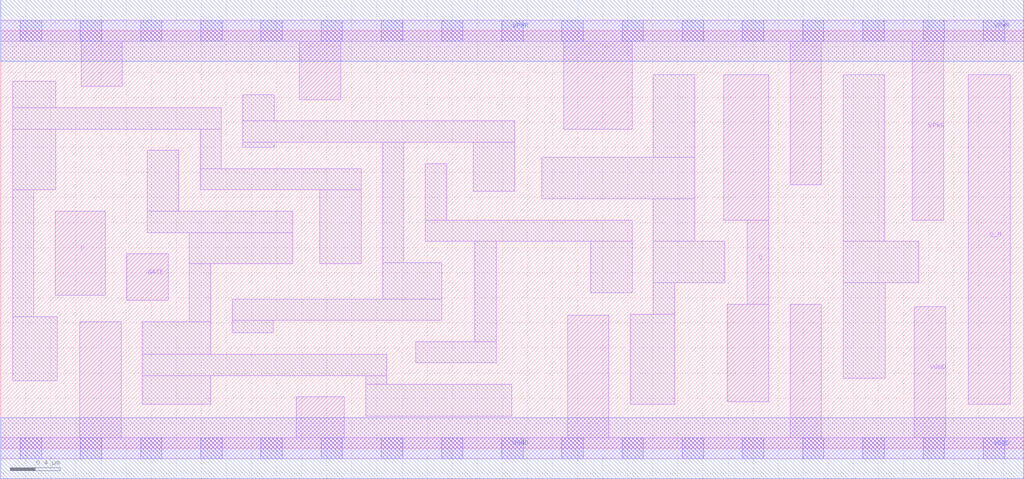
<source format=lef>
# Copyright 2020 The SkyWater PDK Authors
#
# Licensed under the Apache License, Version 2.0 (the "License");
# you may not use this file except in compliance with the License.
# You may obtain a copy of the License at
#
#     https://www.apache.org/licenses/LICENSE-2.0
#
# Unless required by applicable law or agreed to in writing, software
# distributed under the License is distributed on an "AS IS" BASIS,
# WITHOUT WARRANTIES OR CONDITIONS OF ANY KIND, either express or implied.
# See the License for the specific language governing permissions and
# limitations under the License.
#
# SPDX-License-Identifier: Apache-2.0

VERSION 5.7 ;
  NAMESCASESENSITIVE ON ;
  NOWIREEXTENSIONATPIN ON ;
  DIVIDERCHAR "/" ;
  BUSBITCHARS "[]" ;
UNITS
  DATABASE MICRONS 200 ;
END UNITS
MACRO sky130_fd_sc_hs__dlxbp_1
  CLASS CORE ;
  SOURCE USER ;
  FOREIGN sky130_fd_sc_hs__dlxbp_1 ;
  ORIGIN  0.000000  0.000000 ;
  SIZE  8.160000 BY  3.330000 ;
  SYMMETRY X Y ;
  SITE unit ;
  PIN D
    ANTENNAGATEAREA  0.208500 ;
    DIRECTION INPUT ;
    USE SIGNAL ;
    PORT
      LAYER li1 ;
        RECT 0.435000 1.220000 0.835000 1.890000 ;
    END
  END D
  PIN Q
    ANTENNADIFFAREA  0.537600 ;
    DIRECTION OUTPUT ;
    USE SIGNAL ;
    PORT
      LAYER li1 ;
        RECT 5.765000 1.820000 6.125000 2.980000 ;
        RECT 5.795000 0.370000 6.125000 1.150000 ;
        RECT 5.955000 1.150000 6.125000 1.820000 ;
    END
  END Q
  PIN Q_N
    ANTENNADIFFAREA  0.535700 ;
    DIRECTION OUTPUT ;
    USE SIGNAL ;
    PORT
      LAYER li1 ;
        RECT 7.715000 0.350000 8.050000 2.980000 ;
    END
  END Q_N
  PIN GATE
    ANTENNAGATEAREA  0.237000 ;
    DIRECTION INPUT ;
    USE CLOCK ;
    PORT
      LAYER li1 ;
        RECT 1.005000 1.180000 1.335000 1.550000 ;
    END
  END GATE
  PIN VGND
    DIRECTION INOUT ;
    USE GROUND ;
    PORT
      LAYER li1 ;
        RECT 0.000000 -0.085000 8.160000 0.085000 ;
        RECT 0.630000  0.085000 0.960000 1.010000 ;
        RECT 2.355000  0.085000 2.740000 0.410000 ;
        RECT 4.520000  0.085000 4.850000 1.060000 ;
        RECT 6.295000  0.085000 6.545000 1.150000 ;
        RECT 7.285000  0.085000 7.535000 1.130000 ;
      LAYER mcon ;
        RECT 0.155000 -0.085000 0.325000 0.085000 ;
        RECT 0.635000 -0.085000 0.805000 0.085000 ;
        RECT 1.115000 -0.085000 1.285000 0.085000 ;
        RECT 1.595000 -0.085000 1.765000 0.085000 ;
        RECT 2.075000 -0.085000 2.245000 0.085000 ;
        RECT 2.555000 -0.085000 2.725000 0.085000 ;
        RECT 3.035000 -0.085000 3.205000 0.085000 ;
        RECT 3.515000 -0.085000 3.685000 0.085000 ;
        RECT 3.995000 -0.085000 4.165000 0.085000 ;
        RECT 4.475000 -0.085000 4.645000 0.085000 ;
        RECT 4.955000 -0.085000 5.125000 0.085000 ;
        RECT 5.435000 -0.085000 5.605000 0.085000 ;
        RECT 5.915000 -0.085000 6.085000 0.085000 ;
        RECT 6.395000 -0.085000 6.565000 0.085000 ;
        RECT 6.875000 -0.085000 7.045000 0.085000 ;
        RECT 7.355000 -0.085000 7.525000 0.085000 ;
        RECT 7.835000 -0.085000 8.005000 0.085000 ;
      LAYER met1 ;
        RECT 0.000000 -0.245000 8.160000 0.245000 ;
    END
  END VGND
  PIN VPWR
    DIRECTION INOUT ;
    USE POWER ;
    PORT
      LAYER li1 ;
        RECT 0.000000 3.245000 8.160000 3.415000 ;
        RECT 0.640000 2.885000 0.970000 3.245000 ;
        RECT 2.380000 2.780000 2.710000 3.245000 ;
        RECT 4.490000 2.545000 5.035000 3.245000 ;
        RECT 6.295000 2.100000 6.545000 3.245000 ;
        RECT 7.270000 1.820000 7.520000 3.245000 ;
      LAYER mcon ;
        RECT 0.155000 3.245000 0.325000 3.415000 ;
        RECT 0.635000 3.245000 0.805000 3.415000 ;
        RECT 1.115000 3.245000 1.285000 3.415000 ;
        RECT 1.595000 3.245000 1.765000 3.415000 ;
        RECT 2.075000 3.245000 2.245000 3.415000 ;
        RECT 2.555000 3.245000 2.725000 3.415000 ;
        RECT 3.035000 3.245000 3.205000 3.415000 ;
        RECT 3.515000 3.245000 3.685000 3.415000 ;
        RECT 3.995000 3.245000 4.165000 3.415000 ;
        RECT 4.475000 3.245000 4.645000 3.415000 ;
        RECT 4.955000 3.245000 5.125000 3.415000 ;
        RECT 5.435000 3.245000 5.605000 3.415000 ;
        RECT 5.915000 3.245000 6.085000 3.415000 ;
        RECT 6.395000 3.245000 6.565000 3.415000 ;
        RECT 6.875000 3.245000 7.045000 3.415000 ;
        RECT 7.355000 3.245000 7.525000 3.415000 ;
        RECT 7.835000 3.245000 8.005000 3.415000 ;
      LAYER met1 ;
        RECT 0.000000 3.085000 8.160000 3.575000 ;
    END
  END VPWR
  OBS
    LAYER li1 ;
      RECT 0.095000 0.540000 0.450000 1.050000 ;
      RECT 0.095000 1.050000 0.265000 2.060000 ;
      RECT 0.095000 2.060000 0.440000 2.545000 ;
      RECT 0.095000 2.545000 1.760000 2.715000 ;
      RECT 0.095000 2.715000 0.440000 2.925000 ;
      RECT 1.130000 0.350000 1.675000 0.580000 ;
      RECT 1.130000 0.580000 3.080000 0.750000 ;
      RECT 1.130000 0.750000 1.675000 1.010000 ;
      RECT 1.170000 1.720000 2.330000 1.890000 ;
      RECT 1.170000 1.890000 1.420000 2.375000 ;
      RECT 1.505000 1.010000 1.675000 1.470000 ;
      RECT 1.505000 1.470000 2.330000 1.720000 ;
      RECT 1.590000 2.060000 2.875000 2.230000 ;
      RECT 1.590000 2.230000 1.760000 2.545000 ;
      RECT 1.845000 0.920000 2.175000 1.020000 ;
      RECT 1.845000 1.020000 3.515000 1.190000 ;
      RECT 1.930000 2.400000 2.180000 2.440000 ;
      RECT 1.930000 2.440000 4.100000 2.610000 ;
      RECT 1.930000 2.610000 2.180000 2.820000 ;
      RECT 2.545000 1.470000 2.875000 2.060000 ;
      RECT 2.910000 0.255000 4.075000 0.510000 ;
      RECT 2.910000 0.510000 3.080000 0.580000 ;
      RECT 3.045000 1.190000 3.515000 1.480000 ;
      RECT 3.045000 1.480000 3.215000 2.440000 ;
      RECT 3.310000 0.680000 3.950000 0.850000 ;
      RECT 3.385000 1.650000 5.035000 1.820000 ;
      RECT 3.385000 1.820000 3.555000 2.270000 ;
      RECT 3.770000 2.050000 4.100000 2.440000 ;
      RECT 3.780000 0.850000 3.950000 1.650000 ;
      RECT 4.315000 1.990000 5.535000 2.320000 ;
      RECT 4.705000 1.240000 5.035000 1.650000 ;
      RECT 5.020000 0.350000 5.375000 1.070000 ;
      RECT 5.205000 1.070000 5.375000 1.320000 ;
      RECT 5.205000 1.320000 5.775000 1.650000 ;
      RECT 5.205000 1.650000 5.535000 1.990000 ;
      RECT 5.205000 2.320000 5.535000 2.980000 ;
      RECT 6.720000 0.560000 7.055000 1.320000 ;
      RECT 6.720000 1.320000 7.320000 1.650000 ;
      RECT 6.720000 1.650000 7.050000 2.980000 ;
  END
END sky130_fd_sc_hs__dlxbp_1

</source>
